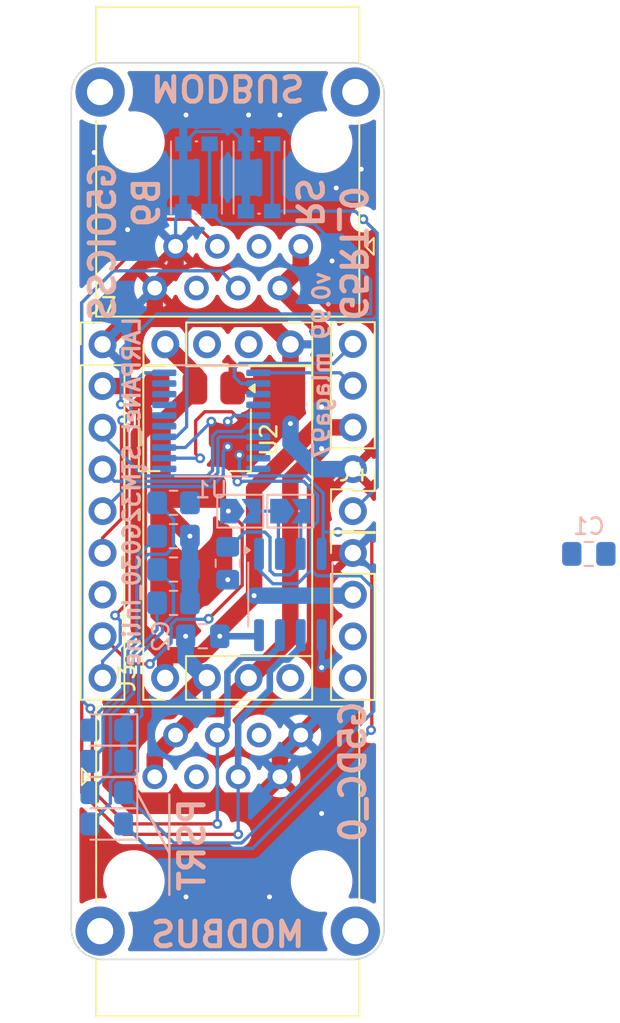
<source format=kicad_pcb>
(kicad_pcb
	(version 20240108)
	(generator "pcbnew")
	(generator_version "8.0")
	(general
		(thickness 1.600198)
		(legacy_teardrops no)
	)
	(paper "A4")
	(layers
		(0 "F.Cu" signal "Front")
		(31 "B.Cu" signal "Back")
		(34 "B.Paste" user)
		(35 "F.Paste" user)
		(36 "B.SilkS" user "B.Silkscreen")
		(37 "F.SilkS" user "F.Silkscreen")
		(38 "B.Mask" user)
		(39 "F.Mask" user)
		(44 "Edge.Cuts" user)
		(45 "Margin" user)
		(46 "B.CrtYd" user "B.Courtyard")
		(47 "F.CrtYd" user "F.Courtyard")
		(49 "F.Fab" user)
	)
	(setup
		(stackup
			(layer "F.SilkS"
				(type "Top Silk Screen")
			)
			(layer "F.Paste"
				(type "Top Solder Paste")
			)
			(layer "F.Mask"
				(type "Top Solder Mask")
				(thickness 0.01)
			)
			(layer "F.Cu"
				(type "copper")
				(thickness 0.035)
			)
			(layer "dielectric 1"
				(type "core")
				(thickness 1.510198)
				(material "FR4")
				(epsilon_r 4.5)
				(loss_tangent 0.02)
			)
			(layer "B.Cu"
				(type "copper")
				(thickness 0.035)
			)
			(layer "B.Mask"
				(type "Bottom Solder Mask")
				(thickness 0.01)
			)
			(layer "B.Paste"
				(type "Bottom Solder Paste")
			)
			(layer "B.SilkS"
				(type "Bottom Silk Screen")
			)
			(copper_finish "None")
			(dielectric_constraints no)
		)
		(pad_to_mask_clearance 0)
		(solder_mask_min_width 0.12)
		(allow_soldermask_bridges_in_footprints no)
		(aux_axis_origin 100 150)
		(grid_origin 81.74 124.6)
		(pcbplotparams
			(layerselection 0x00010fc_ffffffff)
			(plot_on_all_layers_selection 0x0000000_00000000)
			(disableapertmacros no)
			(usegerberextensions no)
			(usegerberattributes yes)
			(usegerberadvancedattributes yes)
			(creategerberjobfile yes)
			(dashed_line_dash_ratio 12.000000)
			(dashed_line_gap_ratio 3.000000)
			(svgprecision 4)
			(plotframeref no)
			(viasonmask no)
			(mode 1)
			(useauxorigin no)
			(hpglpennumber 1)
			(hpglpenspeed 20)
			(hpglpendiameter 15.000000)
			(pdf_front_fp_property_popups yes)
			(pdf_back_fp_property_popups yes)
			(dxfpolygonmode yes)
			(dxfimperialunits yes)
			(dxfusepcbnewfont yes)
			(psnegative no)
			(psa4output no)
			(plotreference yes)
			(plotvalue yes)
			(plotfptext yes)
			(plotinvisibletext no)
			(sketchpadsonfab no)
			(subtractmaskfromsilk no)
			(outputformat 1)
			(mirror no)
			(drillshape 0)
			(scaleselection 1)
			(outputdirectory "Export/")
		)
	)
	(net 0 "")
	(net 1 "unconnected-(J6-Pin_3-Pad3)")
	(net 2 "unconnected-(J1-Pad3)")
	(net 3 "unconnected-(J1-Pad6)")
	(net 4 "unconnected-(J2-Pad3)")
	(net 5 "unconnected-(J2-Pad6)")
	(net 6 "5V")
	(net 7 "GND")
	(net 8 "12V")
	(net 9 "A+")
	(net 10 "B-")
	(net 11 "3.3V")
	(net 12 "unconnected-(J6-Pin_2-Pad2)")
	(net 13 "unconnected-(J7-Pin_8-Pad8)")
	(net 14 "A0")
	(net 15 "unconnected-(J7-Pin_7-Pad7)")
	(net 16 "MODBUS_TX")
	(net 17 "MODBUS_RX")
	(net 18 "unconnected-(J3-Pin_4-Pad4)")
	(net 19 "MODBUS_RE")
	(net 20 "NRST")
	(net 21 "Net-(D1-A)")
	(net 22 "Net-(D2-A)")
	(net 23 "Net-(D3-A)")
	(net 24 "Net-(D4-A)")
	(net 25 "MODBUS_DE")
	(net 26 "LED_BUILTIN")
	(net 27 "BUTTON_BUILTIN")
	(net 28 "SPI_SS")
	(net 29 "SPI_SCK")
	(net 30 "SPI_MISO")
	(net 31 "PC3")
	(net 32 "PD3")
	(net 33 "SCL")
	(net 34 "SDA")
	(net 35 "SWIO")
	(net 36 "PD0")
	(net 37 "PD4")
	(net 38 "PA1")
	(net 39 "PC4")
	(net 40 "PD2")
	(net 41 "SPI_MOSI")
	(net 42 "PA2")
	(net 43 "unconnected-(J20-Pin_4-Pad4)")
	(net 44 "unconnected-(J20-Pin_3-Pad3)")
	(footprint "Connector_PinHeader_2.54mm:PinHeader_1x01_P2.54mm_Vertical" (layer "F.Cu") (at 89.36 124.6))
	(footprint "Connector_RJ:RJ45_Ninigi_GE" (layer "F.Cu") (at 86.185 108.471 180))
	(footprint "Connector_PinHeader_2.54mm:PinHeader_1x04_P2.54mm_Vertical" (layer "F.Cu") (at 77.93 134.76 90))
	(footprint "Connector_RJ:RJ45_Ninigi_GE" (layer "F.Cu") (at 77.295 140.781))
	(footprint "Package_TO_SOT_SMD:SOT-223-3_TabPin2" (layer "F.Cu") (at 79.74 120.25 -90))
	(footprint "Connector_PinHeader_2.54mm:PinHeader_1x04_P2.54mm_Vertical" (layer "F.Cu") (at 77.94 114.44 90))
	(footprint "Connector_PinHeader_2.54mm:PinHeader_1x04_P2.54mm_Vertical" (layer "F.Cu") (at 89.36 127.15))
	(footprint "Connector_PinHeader_2.54mm:PinHeader_1x04_P2.54mm_Vertical" (layer "F.Cu") (at 89.36 122.04 180))
	(footprint "Connector_PinHeader_2.54mm:PinHeader_1x09_P2.54mm_Vertical" (layer "F.Cu") (at 74.12 114.44))
	(footprint "Capacitor_SMD:C_0805_2012Metric_Pad1.18x1.45mm_HandSolder" (layer "B.Cu") (at 103.7225 127.205 180))
	(footprint "LED_SMD:LED_0805_2012Metric_Pad1.15x1.40mm_HandSolder" (layer "B.Cu") (at 74.374 141.745 180))
	(footprint "Resistor_SMD:R_0805_2012Metric_Pad1.20x1.40mm_HandSolder" (layer "B.Cu") (at 78.438 128.156))
	(footprint "Resistor_SMD:R_0805_2012Metric_Pad1.20x1.40mm_HandSolder" (layer "B.Cu") (at 78.438 130.188))
	(footprint "Resistor_SMD:R_0805_2012Metric_Pad1.20x1.40mm_HandSolder" (layer "B.Cu") (at 81.74 127.775 -90))
	(footprint "Resistor_SMD:R_0805_2012Metric_Pad1.20x1.40mm_HandSolder" (layer "B.Cu") (at 78.438 126.124))
	(footprint "Resistor_SMD:R_0805_2012Metric_Pad1.20x1.40mm_HandSolder" (layer "B.Cu") (at 78.438 124.092))
	(footprint "LED_SMD:LED_0805_2012Metric_Pad1.15x1.40mm_HandSolder" (layer "B.Cu") (at 74.374 139.84 180))
	(footprint "Jumper:SolderJumper-2_P1.3mm_Open_TrianglePad1.0x1.5mm" (layer "B.Cu") (at 82.502 124.6))
	(footprint "Package_SO:SOIC-8_3.9x4.9mm_P1.27mm" (layer "B.Cu") (at 85.55 129.68 -90))
	(footprint "Jumper:SolderJumper-2_P1.3mm_Open_TrianglePad1.0x1.5mm" (layer "B.Cu") (at 85.55 124.6))
	(footprint "Capacitor_SMD:C_0805_2012Metric_Pad1.18x1.45mm_HandSolder" (layer "B.Cu") (at 80.216 132.22))
	(footprint "LED_SMD:LED_0805_2012Metric_Pad1.15x1.40mm_HandSolder" (layer "B.Cu") (at 74.374 137.935 180))
	(footprint "Package_SO:TSSOP-20_4.4x6.5mm_P0.65mm" (layer "B.Cu") (at 80.74 119.1))
	(footprint "Button_Switch_SMD:SW_Push_1P1T_NO_CK_KMR2" (layer "B.Cu") (at 83.645 104.28 90))
	(footprint "Button_Switch_SMD:SW_Push_1P1T_NO_CK_KMR2" (layer "B.Cu") (at 79.835 104.28 90))
	(footprint "LED_SMD:LED_0805_2012Metric_Pad1.15x1.40mm_HandSolder" (layer "B.Cu") (at 74.374 143.65 180))
	(gr_line
		(start 78.184 147.968)
		(end 78.184 141.872)
		(stroke
			(width 0.1524)
			(type default)
		)
		(layer "B.SilkS")
		(uuid "31d92821-3f77-46e2-97fa-35f45d033cf7")
	)
	(gr_line
		(start 76.234 141.745)
		(end 78.184 145.428)
		(stroke
			(width 0.1524)
			(type default)
		)
		(layer "B.SilkS")
		(uuid "ac5413c0-adf3-4132-9442-73520c1ff899")
	)
	(gr_line
		(start 74.12 97.295)
		(end 89.36 97.295)
		(stroke
			(width 0.1)
			(type default)
		)
		(layer "Edge.Cuts")
		(uuid "244d89d2-365e-43df-8507-b15001d236c7")
	)
	(gr_arc
		(start 91.265 150)
		(mid 90.707038 151.347038)
		(end 89.36 151.905)
		(stroke
			(width 0.1)
			(type default)
		)
		(layer "Edge.Cuts")
		(uuid "4303fd30-3e28-42de-a9ca-a4e534e4822b")
	)
	(gr_arc
		(start 74.12 151.905)
		(mid 72.772962 151.347038)
		(end 72.215 150)
		(stroke
			(width 0.1)
			(type default)
		)
		(layer "Edge.Cuts")
		(uuid "7e39f60f-42fb-45b5-9c66-d8b0bdf617d4")
	)
	(gr_line
		(start 72.215 150)
		(end 72.215 99.2)
		(stroke
			(width 0.1)
			(type default)
		)
		(layer "Edge.Cuts")
		(uuid "85359845-006a-4746-8546-b7fd37a71d8f")
	)
	(gr_arc
		(start 72.215 99.2)
		(mid 72.772962 97.852962)
		(end 74.12 97.295)
		(stroke
			(width 0.1)
			(type default)
		)
		(layer "Edge.Cuts")
		(uuid "a0a9cd2d-d494-4131-92eb-788bb0752dcc")
	)
	(gr_arc
		(start 89.36 97.295)
		(mid 90.707038 97.852962)
		(end 91.265 99.2)
		(stroke
			(width 0.1)
			(type default)
		)
		(layer "Edge.Cuts")
		(uuid "ef5b6fc4-4213-4a73-82da-96144352ffdb")
	)
	(gr_line
		(start 89.36 151.905)
		(end 74.12 151.905)
		(stroke
			(width 0.1)
			(type default)
		)
		(layer "Edge.Cuts")
		(uuid "f4d01d30-b71b-4190-80fa-3ea3f89ac07d")
	)
	(gr_line
		(start 91.265 99.2)
		(end 91.265 150)
		(stroke
			(width 0.1)
			(type default)
		)
		(layer "Edge.Cuts")
		(uuid "f9ac2418-ff2e-4c76-84a6-98af4fbca801")
	)
	(gr_text "B9"
		(at 77.676 105.804 90)
		(layer "B.SilkS")
		(uuid "329d27b7-80a2-4777-8077-ee2f5453ed3c")
		(effects
			(font
				(size 1.5 1.5)
				(thickness 0.3)
				(bold yes)
			)
			(justify bottom mirror)
		)
	)
	(gr_text "MODBUS"
		(at 81.74 97.93 180)
		(layer "B.SilkS")
		(uuid "3d71a095-a052-4b7e-b09d-484072517615")
		(effects
			(font
				(size 1.5 1.5)
				(thickness 0.3)
				(bold yes)
			)
			(justify bottom mirror)
		)
	)
	(gr_text "G5OICSS"
		(at 74.12 113.17 90)
		(layer "B.SilkS")
		(uuid "45ac165e-ef29-4377-9080-804c87b5687f")
		(effects
			(font
				(size 1.5 1.5)
				(thickness 0.3)
				(bold yes)
			)
			(justify right mirror)
		)
	)
	(gr_text "PSRT"
		(at 78.692 144.92 90)
		(layer "B.SilkS")
		(uuid "58e22610-2fb9-416f-8836-1d42047ca86b")
		(effects
			(font
				(size 1.5 1.5)
				(thickness 0.3)
				(bold yes)
			)
			(justify top mirror)
		)
	)
	(gr_text "G5DC_0"
		(at 89.36 136.03 90)
		(layer "B.SilkS")
		(uuid "785b3cb6-65e2-4734-8d3b-6394d59f04cc")
		(effects
			(font
				(size 1.5 1.5)
				(thickness 0.3)
				(bold yes)
			)
			(justify left mirror)
		)
	)
	(gr_text "v0.99 mlaga97"
		(at 87.455 115.71 90)
		(layer "B.SilkS")
		(uuid "88d968b5-c2b3-4c1f-bd98-f364116e21b3")
		(effects
			(font
				(size 1 1)
				(thickness 0.2)
				(bold yes)
			)
			(justify mirror)
		)
	)
	(gr_text "G5RT_0"
		(at 89.36 113.17 270)
		(layer "B.SilkS")
		(uuid "92a5ad78-2879-4364-8846-ce8232a86a5a")
		(effects
			(font
				(size 1.5 1.5)
				(thickness 0.3)
				(bold yes)
			)
			(justify left mirror)
		)
	)
	(gr_text "LARPANet_STM32G030_Inline"
		(at 75.898 112.662 90)
		(layer "B.SilkS")
		(uuid "b3eb6bfc-b3e2-4eec-87ca-9025873d4347")
		(effects
			(font
				(size 1 1)
				(thickness 0.2)
				(bold yes)
			)
			(justify left mirror)
		)
	)
	(gr_text "RS"
		(at 85.804 105.804 270)
		(layer "B.SilkS")
		(uuid "c9ceb14d-7f01-4022-88ba-90b6fa1d41e5")
		(effects
			(font
				(size 1.5 1.5)
				(thickness 0.3)
				(bold yes)
			)
			(justify bottom mirror)
		)
	)
	(gr_text "MODBUS"
		(at 81.74 151.27 0)
		(layer "B.SilkS")
		(uuid "fc9468d7-1bbf-4aae-8acd-876199082c53")
		(effects
			(font
				(size 1.5 1.5)
				(thickness 0.3)
				(bold yes)
			)
			(justify bottom mirror)
		)
	)
	(segment
		(start 76.642695 119.621277)
		(end 76.324 119.939971)
		(width 1)
		(layer "F.Cu")
		(net 6)
		(uuid "07a9994e-9d2f-4558-8d77-e027c5d5bbae")
	)
	(segment
		(start 83.3455 129.747)
		(end 83.3455 123.2485)
		(width 1)
		(layer "F.Cu")
		(net 6)
		(uuid "09c96266-7b5d-4b5f-a35d-5383ead50e2c")
	)
	(segment
		(start 87.094 119.5)
		(end 89.36 119.5)
		(width 1)
		(layer "F.Cu")
		(net 6)
		(uuid "0fae47a5-defb-4386-918a-46c4b5eaca04")
	)
	(segment
		(start 76.642695 118.474561)
		(end 76.642695 119.621277)
		(width 1)
		(layer "F.Cu")
		(net 6)
		(uuid "2708211c-3887-4177-8efd-ded78178f1eb")
	)
	(segment
		(start 77.93 133.37375)
		(end 80.09975 133.37375)
		(width 1)
		(layer "F.Cu")
		(net 6)
		(uuid "2bc00d52-01a0-4349-80bd-7279c1ad227a")
	)
	(segment
		(start 83.3455 123.2485)
		(end 87.094 119.5)
		(width 1)
		(layer "F.Cu")
		(net 6)
		(uuid "2e9fade3-65fd-46d0-b550-ef1d0f0bbc65")
	)
	(segment
		(start 77.51 116.98)
		(end 77.535 117.005)
		(width 1)
		(layer "F.Cu")
		(net 6)
		(uuid "37905e75-915f-4b6f-9409-c6c5db7c9fd0")
	)
	(segment
		(start 76.324 119.939971)
		(end 76.324 131.76775)
		(width 1)
		(layer "F.Cu")
		(net 6)
		(uuid "39c461e1-3f79-4ac3-8cec-d1c223fd8b89")
	)
	(segment
		(start 83.3455 129.747)
		(end 81.2535 131.839)
		(width 1)
		(layer "F.Cu")
		(net 6)
		(uuid "54ce292b-8727-478f-b587-2f807ad1c4b1")
	)
	(segment
		(start 80.09975 133.37375)
		(end 81.2535 132.22)
		(width 1)
		(layer "F.Cu")
		(net 6)
		(uuid "628107ac-15b3-4fb5-8098-62f2de534404")
	)
	(segment
		(start 76.025 116.98)
		(end 77.51 116.98)
		(width 1)
		(layer "F.Cu")
		(net 6)
		(uuid "8065d914-268d-4525-9088-d9e12212c836")
	)
	(segment
		(start 76.354067 118.185933)
		(end 76.642695 118.474561)
		(width 1)
		(layer "F.Cu")
		(net 6)
		(uuid "9e93289b-0531-45d0-9a3b-98dcf4b47f08")
	)
	(segment
		(start 81.2535 131.839)
		(end 81.2535 132.22)
		(width 1)
		(layer "F.Cu")
		(net 6)
		(uuid "a0004292-faa7-4b21-a00d-6974903e8c65")
	)
	(segment
		(start 77.44 117.1)
		(end 76.354067 118.185933)
		(width 1)
		(layer "F.Cu")
		(net 6)
		(uuid "ab99e960-df1c-48d2-a008-ecddb8ad634f")
	)
	(segment
		(start 74.12 116.98)
		(end 76.025 116.98)
		(width 1)
		(layer "F.Cu")
		(net 6)
		(uuid "d6b19610-dcd0-4308-bb85-53a15c276b4f")
	)
	(segment
		(start 77.93 134.887)
		(end 77.93 133.37375)
		(width 1)
		(layer "F.Cu")
		(net 6)
		(uuid "da673a6f-1eae-4279-8bdf-fb4494593e7f")
	)
	(segment
		(start 76.324 131.76775)
		(end 77.93 133.37375)
		(width 1)
		(layer "F.Cu")
		(net 6)
		(uuid "e78028be-e1fa-49fd-a346-9a6b78e049ea")
	)
	(via
		(at 83.3455 129.747)
		(size 0.6)
		(drill 0.3)
		(layers "F.Cu" "B.Cu")
		(net 6)
		(uuid "74fe63d6-227a-4ab5-b1a6-b883cfc67f55")
	)
	(via
		(at 81.2535 132.22)
		(size 0.6)
		(drill 0.3)
		(layers "F.Cu" "B.Cu")
		(net 6)
		(uuid "99e145ae-9ab4-4d49-bad9-849ab158110c")
	)
	(segment
		(start 83.3455 129.747)
		(end 89.303 129.747)
		(width 1)
		(layer "B.Cu")
		(net 6)
		(uuid "1359f3f6-1824-4338-9b77-3046b7f40bff")
	)
	(segment
		(start 89.303 129.747)
		(end 89.36 129.69)
		(width 1)
		(layer "B.Cu")
		(net 6)
		(uuid "214a618f-94f5-4331-8f3a-9f2964472c67")
	)
	(segment
		(start 81.2535 132.22)
		(end 83.58 132.22)
		(width 0.4)
		(layer "B.Cu")
		(net 6)
		(uuid "3a3d9faa-ae19-4f16-a608-6c07f28c9b4b")
	)
	(segment
		(start 83.58 132.22)
		(end 83.645 132.155)
		(width 0.4)
		(layer "B.Cu")
		(net 6)
		(uuid "4274f854-63f6-46f2-b831-c87a34bd4a41")
	)
	(segment
		(start 75.67 112.89)
		(end 77.295 112.89)
		(width 1)
		(layer "F.Cu")
		(net 7)
		(uuid "03177c90-57a3-430c-b9f0-5e72794e3b55")
	)
	(segment
		(start 85.56 114.44)
		(end 85.56 117.615)
		(width 1)
		(layer "F.Cu")
		(net 7)
		(uuid "06812f14-a6f6-4ef6-a80b-6fd28fdf5f74")
	)
	(segment
		(start 87.455 134.125)
		(end 87.455 136.971)
		(width 1)
		(layer "F.Cu")
		(net 7)
		(uuid "23a0237b-294b-48cf-a5ad-1d7b1736b6ae")
	)
	(segment
		(start 84.01 112.89)
		(end 85.56 114.44)
		(width 1)
		(layer "F.Cu")
		(net 7)
		(uuid "2b0a2b9e-eabb-4e3a-b49b-1cd668a6a041")
	)
	(segment
		(start 87.455 136.971)
		(end 86.185 138.241)
		(width 1)
		(layer "F.Cu")
		(net 7)
		(uuid "3f94e425-9968-4a2e-ac80-3768d9849a87")
	)
	(segment
		(start 87.455 122.695)
		(end 87.455 127.14)
		(width 1)
		(layer "F.Cu")
		(net 7)
		(uuid "40c1bc52-9154-4430-b462-6241ede7c91f")
	)
	(segment
		(start 85.56 116.98)
		(end 85.56 117.615)
		(width 1)
		(layer "F.Cu")
		(net 7)
		(uuid "430d0a21-7bd5-44e6-af8e-24cfbf174b85")
	)
	(segment
		(start 83.465 142.231)
		(end 84.915 140.781)
		(width 1)
		(layer "F.Cu")
		(net 7)
		(uuid "47fade14-2879-4f6a-8fb0-110c63705a57")
	)
	(segment
		(start 75.399 137.3)
		(end 75.399 141.785)
		(width 1)
		(layer "F.Cu")
		(net 7)
		(uuid "6341c780-3fd8-4837-9a73-482fdb55b3b0")
	)
	(segment
		(start 87.455 127.14)
		(end 87.455 134.125)
		(width 1)
		(layer "F.Cu")
		(net 7)
		(uuid "663da740-407c-404c-88f9-85ba1c8e7a6f")
	)
	(segment
		(start 78.565 108.471)
		(end 78.565 109.741)
		(width 1)
		(layer "F.Cu")
		(net 7)
		(uuid "6b1633b1-2662-492e-8846-69f4a65db827")
	)
	(segment
		(start 82.16 116.98)
		(end 85.56 116.98)
		(width 1)
		(layer "F.Cu")
		(net 7)
		(uuid "6b2cb2ea-18f8-4c68-98c0-794f626917b1")
	)
	(segment
		(start 74.12 114.44)
		(end 75.67 112.89)
		(width 1)
		(layer "F.Cu")
		(net 7)
		(uuid "7e24443d-dadc-4e0c-8488-97bf96dc0db1")
	)
	(segment
		(start 84.915 139.511)
		(end 86.185 138.241)
		(width 1)
		(layer "F.Cu")
		(net 7)
		(uuid "7eff2e7f-162c-4e32-b631-d28aa0b051c7")
	)
	(segment
		(start 75.908 136.791)
		(end 78.218032 136.791)
		(width 1)
		(layer "F.Cu")
		(net 7)
		(uuid "877d6046-515f-4f76-ada0-22e223dbe472")
	)
	(segment
		(start 77.295 111.011)
		(end 77.295 112.89)
		(width 1)
		(layer "F.Cu")
		(net 7)
		(uuid "87c6f1b5-90b6-4eff-b328-b182c96df9c7")
	)
	(segment
		(start 75.399 141.785)
		(end 75.845 142.231)
		(width 1)
		(layer "F.Cu")
		(net 7)
		(uuid "887886c3-bd5c-42c9-b32f-48cf702e7334")
	)
	(segment
		(start 82.135 117.005)
		(end 82.16 116.98)
		(width 1)
		(layer "F.Cu")
		(net 7)
		(uuid "933819d8-9766-4e48-bf1b-17cd888682d5")
	)
	(segment
		(start 75.845 142.231)
		(end 83.465 142.231)
		(width 1)
		(layer "F.Cu")
		(net 7)
		(uuid "963baaa5-9d1e-450c-b665-31de5938274c")
	)
	(segment
		(start 89.36 122.04)
		(end 88.11 122.04)
		(width 1)
		(layer "F.Cu")
		(net 7)
		(uuid "9b4419db-46bf-4e11-bcd0-8e3ed6612780")
	)
	(segment
		(start 87.465 127.15)
		(end 87.455 127.14)
		(width 1)
		(layer "F.Cu")
		(net 7)
		(uuid "a2aba8a1-01fe-4ffa-a30f-e87ff19d76d1")
	)
	(segment
		(start 88.11 122.04)
		(end 87.455 122.695)
		(width 1)
		(layer "F.Cu")
		(net 7)
		(uuid "ab576788-f4b7-48c7-8fd4-ad7b3304a194")
	)
	(segment
		(start 79.1785 132.22)
		(end 79.1785 131.3365)
		(width 0.2)
		(layer "F.Cu")
		(net 7)
		(uuid "abc34a98-9f35-4285-a473-aa445b3be0e8")
	)
	(segment
		(start 78.218032 136.791)
		(end 80.122032 134.887)
		(width 1)
		(layer "F.Cu")
		(net 7)
		(uuid "bae2ae62-fbfd-4d3a-b01a-b4a1f1d13fba")
	)
	(segment
		(start 80.122032 134.887)
		(end 80.47 134.887)
		(width 1)
		(layer "F.Cu")
		(net 7)
		(uuid "c1d7269f-1665-4830-91e5-1fb9f7ecab69")
	)
	(segment
		(start 84.915 140.781)
		(end 84.915 139.511)
		(width 1)
		(layer "F.Cu")
		(net 7)
		(uuid "d746c705-6c2c-4987-93c8-251727cf7f4f")
	)
	(segment
		(start 75.908 136.791)
		(end 75.399 137.3)
		(width 1)
		(layer "F.Cu")
		(net 7)
		(uuid "d7c35c56-550f-4af6-9adc-8fca951b0d08")
	)
	(segment
		(start 89.36 127.15)
		(end 87.465 127.15)
		(width 1)
		(layer "F.Cu")
		(net 7)
		(uuid "d96039d7-364c-45bd-88fd-bedd6ed1310c")
	)
	(segment
		(start 79.1785 131.3365)
		(end 81.74 128.775)
		(width 0.2)
		(layer "F.Cu")
		(net 7)
		(uuid "e37f3815-2d01-4a4b-a6c4-6bd89ec638fe")
	)
	(segment
		(start 85.56 119.266)
		(end 85.56 117.615)
		(width 1)
		(layer "F.Cu")
		(net 7)
		(uuid "e533977a-ccbc-4cb0-8edf-2d24ec23c2a0")
	)
	(segment
		(start 78.565 109.741)
		(end 77.295 111.011)
		(width 1)
		(layer "F.Cu")
		(net 7)
		(uuid "e8b4fdd4-e5c7-48d7-9298-4e66d6095277")
	)
	(segment
		(start 77.295 112.89)
		(end 84.01 112.89)
		(width 1)
		(layer "F.Cu")
		(net 7)
		(uuid "e98ddd93-cdff-4673-9748-219084d4a9db")
	)
	(via
		(at 79.1785 132.22)
		(size 0.6)
		(drill 0.3)
		(layers "F.Cu" "B.Cu")
		(net 7)
		(uuid "0589c59c-da9a-4432-a4fb-c3a8131883c1")
	)
	(via
		(at 75.908 136.791)
		(size 0.6)
		(drill 0.3)
		(layers "F.Cu" "B.Cu")
		(net 7)
		(uuid "130452b5-0a93-4db5-8054-6b8dba2849dc")
	)
	(via
		(at 81.74 128.775)
		(size 0.6)
		(drill 0.3)
		(layers "F.Cu" "B.Cu")
		(net 7)
		(uuid "15840a39-fec7-4147-81e7-40fd0111383f")
	)
	(via
		(at 89.868 103.772)
		(size 0.6)
		(drill 0.3)
		(layers "F.Cu" "B.Cu")
		(free yes)
		(net 7)
		(uuid "2101c980-887f-43f6-975a-ab6f8d9fe2c1")
	)
	(via
		(at 79.2 148.095)
		(size 0.6)
		(drill 0.3)
		(layers "F.Cu" "B.Cu")
		(free yes)
		(net 7)
		(uuid "2b016344-0565-4e05-a965-6a407fd72db5")
	)
	(via
		(at 84.28 148.095)
		(size 0.6)
		(drill 0.3)
		(layers "F.Cu" "B.Cu")
		(free yes)
		(net 7)
		(uuid "30dfb493-9607-4a4f-8f22-b9d94ccceda1")
	)
	(via
		(at 88.09 109.36)
		(size 0.6)
		(drill 0.3)
		(layers "F.Cu" "B.Cu")
		(free yes)
		(net 7)
		(uuid "3cb96043-334a-46d9-8180-2e1b9767a3d1")
	)
	(via
		(at 84.915 100.47)
		(size 0.6)
		(drill 0.3)
		(layers "F.Cu" "B.Cu")
		(free yes)
		(net 7)
		(uuid "44e22bd8-4f4c-411b-a516-09f45d28f1af")
	)
	(via
		(at 79.2 100.47)
		(size 0.6)
		(drill 0.3)
		(layers "F.Cu" "B.Cu")
		(free yes)
		(net 7)
		(uuid "46020bd3-cda3-45da-a1d7-8e3a81515b31")
	)
	(via
		(at 83.01 100.47)
		(size 0.6)
		(drill 0.3)
		(layers "F.Cu" "B.Cu")
		(free yes)
		(net 7)
		(uuid "a27a61e2-3816-4aed-82f8-7e299fb5c7bb")
	)
	(via
		(at 75.644 107.455)
		(size 0.6)
		(drill 0.3)
		(layers "F.Cu" "B.Cu")
		(free yes)
		(net 7)
		(uuid "a5f6b74f-a18e-4eeb-9162-f76ff1b2c0bb")
	)
	(via
		(at 73.612 102.756)
		(size 0.6)
		(drill 0.3)
		(layers "F.Cu" "B.Cu")
		(free yes)
		(net 7)
		(uuid "b3d6dc48-ec24-4ca2-8bf1-0fe5dc885c3b")
	)
	(via
		(at 88.344 104.915)
		(size 0.6)
		(drill 0.3)
		(layers "F.Cu" "B.Cu")
		(free yes)
		(net 7)
		(uuid "b4db11fe-3ab9-4324-b0fb-6fd0bc98d5e4")
	)
	(via
		(at 87.455 134.125)
		(size 0.6)
		(drill 0.3)
		(layers "F.Cu" "B.Cu")
		(net 7)
		(uuid "baee3a11-a6d3-4b61-a210-938e25493fb9")
	)
	(via
		(at 85.56 119.266)
		(size 0.6)
		(drill 0.3)
		(layers "F.Cu" "B.Cu")
		(net 7)
		(uuid "ddad08ef-a786-4737-b875-5d80edf9a6f6")
	)
	(via
		(at 87.455 143.015)
		(size 0.6)
		(drill 0.3)
		(layers "F.Cu" "B.Cu")
		(free yes)
		(net 7)
		(uuid "edfd0b1b-8c2e-4c6b-a21d-8e1087206c93")
	)
	(segment
		(start 79.1785 132.22)
		(end 79.1785 133.5955)
		(width 1)
		(layer "B.Cu")
		(net 7)
		(uuid "0838849f-9d2e-4574-8a1c-3b45a4b70bd5")
	)
	(segment
		(start 79.1785 133.5955)
		(end 80.47 134.887)
		(width 1)
		(layer "B.Cu")
		(net 7)
		(uuid "125fd1bc-c244-4db9-b3eb-2e511170b857")
	)
	(segment
		(start 75.399 139.84)
		(end 75.399 137.935)
		(width 0.4)
		(layer "B.Cu")
		(net 7)
		(uuid "376e8e3f-983a-4f0a-a2a8-f0dd62a113d0")
	)
	(segment
		(start 82.095 101.48)
		(end 79.785 101.48)
		(width 0.2)
		(layer "B.Cu")
		(net 7)
		(uuid "4395f551-0782-45ea-bfde-6fb5670fbe68")
	)
	(segment
		(start 78.565 108.471)
		(end 78.565 106.8)
		(width 0.2)
		(layer "B.Cu")
		(net 7)
		(uuid "5479c330-6406-466e-bd03-672b0bd7e05b")
	)
	(segment
		(start 79.785 101.48)
		(end 79.035 102.23)
		(width 0.2)
		(layer "B.Cu")
		(net 7)
		(uuid "6fd061ca-48db-4a0d-b725-ccda79474de1")
	)
	(segment
		(start 87.111181 122.04)
		(end 89.36 122.04)
		(width 1)
		(layer "B.Cu")
		(net 7)
		(uuid "a330bc46-a57e-458a-8ee5-a9e224fd1f0e")
	)
	(segment
		(start 79.035 102.23)
		(end 79.035 106.33)
		(width 0.2)
		(layer "B.Cu")
		(net 7)
		(uuid "a48d5fc3-1836-4c07-bc50-7f53f349fe06")
	)
	(segment
		(start 82.845 102.23)
		(end 82.095 101.48)
		(width 0.2)
		(layer "B.Cu")
		(net 7)
		(uuid "a66eecf8-14e5-4283-b7bd-781fc937d4b2")
	)
	(segment
		(start 75.399 137.3)
		(end 75.908 136.791)
		(width 0.4)
		(layer "B.Cu")
		(net 7)
		(uuid "b8f21467-e83a-4e29-8e89-72022bd19c2c")
	)
	(segment
		(start 85.56 119.266)
		(end 85.56 120.488819)
		(width 1)
		(layer "B.Cu")
		(net 7)
		(uuid "c3d35efd-db32-4a37-baf6-cf62169f0c02")
	)
	(segment
		(start 85.56 120.488819)
		(end 87.111181 122.04)
		(width 1)
		(layer "B.Cu")
		(net 7)
		(uuid "ca9563c6-609f-444f-be68-edb2b684e3c7")
	)
	(segment
		(start 78.565 106.8)
		(end 79.035 106.33)
		(width 0.2)
		(layer "B.Cu")
		(net 7)
		(uuid "dc015493-483a-4e30-bb2a-d3d3e2ea2e95")
	)
	(segment
		(start 87.455 132.155)
		(end 87.455 134.125)
		(width 0.4)
		(layer "B.Cu")
		(net 7)
		(uuid "dc1ec92c-8349-4b1f-a486-a213e5f594ca")
	)
	(segment
		(start 75.399 137.935)
		(end 75.399 137.3)
		(width 0.4)
		(layer "B.Cu")
		(net 7)
		(uuid "e1559060-f1b2-405d-8a9f-c4b08151781d")
	)
	(segment
		(start 82.845 106.33)
		(end 82.845 102.23)
		(width 0.2)
		(layer "B.Cu")
		(net 7)
		(uuid "e3675d17-9427-4625-8800-f9d452f1b555")
	)
	(segment
		(start 81.232 136.665)
		(end 83.01 134.887)
		(width 1)
		(layer "F.Cu")
		(net 8)
		(uuid "11751404-84eb-4831-ab7a-b34fddb9d5d6")
	)
	(segment
		(start 87.455 120.79)
		(end 85.55 122.695)
		(width 1)
		(layer "F.Cu")
		(net 8)
		(uuid "276eb8ee-448f-41d5-b293-4003a6d4fef1")
	)
	(segment
		(start 87.455 118.25)
		(end 87.455 113.551)
		(width 1)
		(layer "F.Cu")
		(net 8)
		(uuid "2b516dd2-9da7-4ede-9923-b6e672fba47c")
	)
	(segment
		(start 77.295 139.511)
		(end 78.565 138.241)
		(width 1)
		(layer "F.Cu")
		(net 8)
		(uuid "595bbbf8-33a3-4eb9-98b2-38efa5e65bc6")
	)
	(segment
		(start 77.295 140.781)
		(end 77.295 139.511)
		(width 1)
		(layer "F.Cu")
		(net 8)
		(uuid "5ef84f53-f091-4440-8719-9132a7b876a5")
	)
	(segment
		(start 86.185 108.471)
		(end 86.185 109.741)
		(width 1)
		(layer "F.Cu")
		(net 8)
		(uuid "61fd5a66-28f2-42cb-b8cf-fafdf2b0318c")
	)
	(segment
		(start 85.55 122.695)
		(end 85.55 132.347)
		(width 1)
		(layer "F.Cu")
		(net 8)
		(uuid "6b8f2915-c788-4bb6-9056-6da85134bbea")
	)
	(segment
		(start 80.141 136.665)
		(end 81.232 136.665)
		(width 1)
		(layer "F.Cu")
		(net 8)
		(uuid "8117d566-7089-43fe-9170-4e6f0746eb3b")
	)
	(segment
		(start 87.455 113.551)
		(end 84.915 111.011)
		(width 1)
		(layer "F.Cu")
		(net 8)
		(uuid "8db15aea-c243-4497-a0da-790b3f3ade6c")
	)
	(segment
		(start 85.55 132.347)
		(end 83.01 134.887)
		(width 1)
		(layer "F.Cu")
		(net 8)
		(uuid "93f59381-0882-4338-bbf3-413e5b6ece77")
	)
	(segment
		(start 78.565 138.241)
		(end 80.141 136.665)
		(width 1)
		(layer "F.Cu")
		(net 8)
		(uuid "df174922-1f3c-4a32-a667-3a5a2c6d9d4f")
	)
	(segment
		(start 86.185 109.741)
		(end 84.915 111.011)
		(width 1)
		(layer "F.Cu")
		(net 8)
		(uuid "e365f4db-ac22-463b-87ca-92dcb26b60b6")
	)
	(via
		(at 87.455 118.25)
		(size 0.6)
		(drill 0.3)
		(layers "F.Cu" "B.Cu")
		(net 8)
		(uuid "2cd847d4-704f-4789-9b0e-76d8da4a1b36")
	)
	(via
		(at 87.455 120.79)
		(size 0.6)
		(drill 0.3)
		(layers "F.Cu" "B.Cu")
		(net 8)
		(uuid "a5e94891-ae75-4f28-9248-8249d32298ec")
	)
	(segment
		(start 87.455 120.79)
		(end 87.455 118.25)
		(width 1)
		(layer "B.Cu")
		(net 8)
		(uuid "94d26030-f47d-4013-bcea-279eddb3b32a")
	)
	(segment
		(start 75.39 144.285)
		(end 72.85 141.745)
		(width 0.2)
		(layer "F.Cu")
		(net 9)
		(uuid "69f2a97a-c29c-4163-aaf1-4ec88b5ced78")
	)
	(segment
		(start 82.375 144.285)
		(end 75.39 144.285)
		(width 0.2)
		(layer "F.Cu")
		(net 9)
		(uuid "88605108-3cf5-41f5-8859-a102b2c9806b")
	)
	(segment
		(start 72.85 141.745)
		(end 72.85 111.9)
		(width 0.2)
		(layer "F.Cu")
		(net 9)
		(uuid "97bca6df-bff7-437a-8ea1-015a33239e8e")
	)
	(segment
		(start 72.85 111.9)
		(end 77.93 106.82)
		(width 0.2)
		(layer "F.Cu")
		(net 9)
		(uuid "cce2dcb5-d5f4-47bc-98c1-bab36c4f4788")
	)
	(segment
		(start 79.454 106.82)
		(end 81.105 108.471)
		(width 0.2)
		(layer "F.Cu")
		(net 9)
		(uuid "d3f88c4a-99dd-41fe-bc1d-149a4249028d")
	)
	(segment
		(start 77.93 106.82)
		(end 79.454 106.82)
		(width 0.2)
		(layer "F.Cu")
		(net 9)
		(uuid "fbc8929b-18d7-45ce-babf-744965c0e623")
	)
	(via
		(at 82.375 144.285)
		(size 0.6)
		(drill 0.3)
		(layers "F.Cu" "B.Cu")
		(net 9)
		(uuid "f96c97c3-c01f-426f-b666-fd49f8198d2f")
	)
	(segment
		(start 86.185 132.855)
		(end 85.403 133.637)
		(width 0.4)
		(layer "B.Cu")
		(net 9)
		(uuid "0faaa234-5ae1-4652-acc3-2f1119cbf4e3")
	)
	(segment
		(start 82.375 144.285)
		(end 82.375 140.781)
		(width 0.2)
		(layer "B.Cu")
		(net 9)
		(uuid "2ec737dd-1869-4401-8693-495dec2f2ffe")
	)
	(segment
		(start 86.185 132.155)
		(end 86.185 132.855)
		(width 0.4)
		(layer "B.Cu")
		(net 9)
		(uuid "33f27f6a-065a-4e4c-ac4f-a3749a4759a1")
	)
	(segment
		(start 82.375 137.402991)
		(end 82.375 140.781)
		(width 0.4)
		(layer "B.Cu")
		(net 9)
		(uuid "5b23d783-51e3-4f2f-9243-ff813af84bec")
	)
	(segment
		(start 84.3 135.477991)
		(end 82.375 137.402991)
		(width 0.4)
		(layer "B.Cu")
		(net 9)
		(uuid "a2489992-8056-4006-8ad3-c39c8570f252")
	)
	(segment
		(start 85.403 133.637)
		(end 85.032233 133.637)
		(width 0.4)
		(layer "B.Cu")
		(net 9)
		(uuid "d037c92b-d4b9-4c1e-b69b-9e5c1efc429e")
	)
	(segment
		(start 85.032233 133.637)
		(end 84.3 134.369233)
		(width 0.4)
		(layer "B.Cu")
		(net 9)
		(uuid "d76af995-0b46-48a8-b654-47221e32d44a")
	)
	(segment
		(start 84.3 134.369233)
		(end 84.3 135.477991)
		(width 0.4)
		(layer "B.Cu")
		(net 9)
		(uuid "eee7b9ee-94c7-4965-b18c-9b87ee5671d3")
	)
	(segment
		(start 75.558933 143.65)
		(end 81.105 143.65)
		(width 0.2)
		(layer "F.Cu")
		(net 10)
		(uuid "0b25b8f2-0ddc-4880-a51f-678a89553901")
	)
	(segment
		(start 73.376999 136.623681)
		(end 73.497 136.743682)
		(width 0.2)
		(layer "F.Cu")
		(net 10)
		(uuid "23661874-822d-4819-8054-ff988a53b2c3")
	)
	(segment
		(start 73.497 141.588067)
		(end 75.558933 143.65)
		(width 0.2)
		(layer "F.Cu")
		(net 10)
		(uuid "972ebeed-88d2-4316-bd8a-4782e0fe6fef")
	)
	(segment
		(start 73.497 136.743682)
		(end 73.497 141.588067)
		(width 0.2)
		(layer "F.Cu")
		(net 10)
		(uuid "d615e318-33c2-47ce-9bfc-50d77dc1449f")
	)
	(via
		(at 81.105 143.65)
		(size 0.6)
		(drill 0.3)
		(layers "F.Cu" "B.Cu")
		(net 10)
		(uuid "4f219997-979c-4d36-8d87-a0567295bf2c")
	)
	(via
		(at 73.376999 136.623681)
		(size 0.6)
		(drill 0.3)
		(layers "F.Cu" "B.Cu")
		(net 10)
		(uuid "56d14adf-a092-432d-8e41-7bcf768d32ed")
	)
	(segment
		(start 74.789 109.961)
		(end 81.325 109.961)
		(width 0.2)
		(layer "B.Cu")
		(net 10)
		(uuid "014226e8-e0ab-4088-bfdb-26c974ad5552")
	)
	(segment
		(start 81.72 137.626)
		(end 81.105 138.241)
		(width 0.4)
		(layer "B.Cu")
		(net 10)
		(uuid "0a869719-c333-46a9-b6bd-4ebe91182fe1")
	)
	(segment
		(start 82.599233 133.53)
		(end 81.72 134.409233)
		(width 0.4)
		(layer "B.Cu")
		(net 10)
		(uuid "0e04f985-0000-41a9-ae3b-c1af02a20a87")
	)
	(segment
		(start 84.915 132.155)
		(end 84.915 132.801999)
		(width 0.4)
		(layer "B.Cu")
		(net 10)
		(uuid "1132dabe-c503-4774-81c9-30ca70c56690")
	)
	(segment
		(start 84.186999 133.53)
		(end 82.599233 133.53)
		(width 0.4)
		(layer "B.Cu")
		(net 10)
		(uuid "1bdfad1f-0715-4aa8-97de-6af4e26e7a1d")
	)
	(segment
		(start 84.915 132.801999)
		(end 84.186999 133.53)
		(width 0.4)
		(layer "B.Cu")
		(net 10)
		(uuid "2eb19b52-b399-43ff-9e52-b80262696f9c")
	)
	(segment
		(start 72.85 111.9)
		(end 74.789 109.961)
		(width 0.2)
		(layer "B.Cu")
		(net 10)
		(uuid "3226f5f3-683c-4ad9-8708-54cf33b554fb")
	)
	(segment
		(start 72.85 136.096682)
		(end 72.85 111.9)
		(width 0.2)
		(layer "B.Cu")
		(net 10)
		(uuid "541506fb-80ba-4ca9-a672-49c620df280c")
	)
	(segment
		(start 81.105 143.65)
		(end 81.105 138.241)
		(width 0.2)
		(layer "B.Cu")
		(net 10)
		(uuid "5ccf8b2c-e84e-46e7-8d48-548584f40ce4")
	)
	(segment
		(start 81.325 109.961)
		(end 82.375 111.011)
		(width 0.2)
		(layer "B.Cu")
		(net 10)
		(uuid "82227250-a8a2-47bf-8a5f-203984950b9a")
	)
	(segment
		(start 73.376999 136.623681)
		(end 72.85 136.096682)
		(width 0.2)
		(layer "B.Cu")
		(net 10)
		(uuid "adb31fad-2a86-4721-8cdd-96f095e0a0a5")
	)
	(segment
		(start 81.72 134.409233)
		(end 81.72 137.626)
		(width 0.4)
		(layer "B.Cu")
		(net 10)
		(uuid "e225d0d3-7a12-4dfd-9c6d-797248283c9a")
	)
	(segment
		(start 77.94 114.44)
		(end 79.835 116.335)
		(width 1)
		(layer "F.Cu")
		(net 11)
		(uuid "73f42503-9cd3-4e9d-8712-b6c52aea1183")
	)
	(segment
		(start 77.769695 119.187347)
		(end 77.769695 124.455695)
		(width 1)
		(layer "F.Cu")
		(net 11)
		(uuid "aa13a326-54e9-4dbc-8b52-2dae5bb73bd3")
	)
	(segment
		(start 77.769695 124.455695)
		(end 79.438 126.124)
		(width 1)
		(layer "F.Cu")
		(net 11)
		(uuid "cbb7e479-cb27-4328-b9e4-1fa79a3930e5")
	)
	(segment
		(start 79.835 117.122042)
		(end 77.769695 119.187347)
		(width 1)
		(layer "F.Cu")
		(net 11)
		(uuid "cdf90e5b-c9fa-49c4-896f-2e4160552f0a")
	)
	(segment
		(start 79.835 116.335)
		(end 79.835 117.122042)
		(width 1)
		(layer "F.Cu")
		(net 11)
		(uuid "f298431b-8f9d-4287-8ef9-b64a907bc925")
	)
	(via
		(at 79.438 126.124)
		(size 0.6)
		(drill 0.3)
		(layers "F.Cu" "B.Cu")
		(net 11)
		(uuid "14da44e3-4767-485f-9a33-65ac05332e96")
	)
	(segment
		(start 79.438 128.156)
		(end 79.438 130.188)
		(width 1)
		(layer "B.Cu")
		(net 11)
		(uuid "46274fb8-786a-44b7-9055-1f779aeb8703")
	)
	(segment
		(start 79.438 126.124)
		(end 79.438 128.156)
		(width 1)
		(layer "B.Cu")
		(net 11)
		(uuid "7da2e34d-8c0d-4723-a20d-eb9fb678f351")
	)
	(segment
		(start 77.003 133.905979)
		(end 75.805979 133.905979)
		(width 0.2)
		(layer "F.Cu")
		(net 14)
		(uuid "2d71d73c-258b-4b46-82bf-becb700a6ba3")
	)
	(segment
		(start 82.6185 125.4415)
		(end 81.777 124.6)
		(width 0.2)
		(layer "F.Cu")
		(net 14)
		(uuid "9d00670b-c7be-4066-af29-dd2cdfd13525")
	)
	(segment
		(start 75.805979 133.905979)
		(end 74.12 132.22)
		(width 0.2)
		(layer "F.Cu")
		(net 14)
		(uuid "d396757d-f18a-4288-a0bd-9fce6748d951")
	)
	(segment
		(start 82.6185 129.116388)
		(end 82.6185 125.4415)
		(width 0.2)
		(layer "F.Cu")
		(net 14)
		(uuid "d9e7f5d4-bbf2-4822-a12e-07876efb3c40")
	)
	(segment
		(start 80.578802 131.156086)
		(end 82.6185 129.116388)
		(width 0.2)
		(layer "F.Cu")
		(net 14)
		(uuid "f0c63ac2-2588-43b1-819c-9edaa34ebd3f")
	)
	(via
		(at 80.578802 131.156086)
		(size 0.6)
		(drill 0.3)
		(layers "F.Cu" "B.Cu")
		(net 14)
		(uuid "f09d448c-6e45-48a8-8b87-13d2f366fde7")
	)
	(via
		(at 81.777 124.6)
		(size 0.6)
		(drill 0.3)
		(layers "F.Cu" "B.Cu")
		(net 14)
		(uuid "fc0c92ab-55e2-4e7f-aa6a-b4b06065c73f")
	)
	(via
		(at 77.003 133.905979)
		(size 0.6)
		(drill 0.3)
		(layers "F.Cu" "B.Cu")
		(net 14)
		(uuid "fcf1f403-e164-483a-80d2-eb924b42e542")
	)
	(segment
		(start 78.291 131.510256)
		(end 78.291 132.617979)
		(width 0.2)
		(layer "B.Cu")
		(net 14)
		(uuid "35897800-bcdd-4968-9bf6-2f874883bed4")
	)
	(segment
		(start 80.578802 131.156086)
		(end 80.546888 131.188)
		(width 0.2)
		(layer "B.Cu")
		(net 14)
		(uuid "40573270-ca5e-4f1e-b21e-b1868a4cbaf7")
	)
	(segment
		(start 78.613256 131.188)
		(end 78.291 131.510256)
		(width 0.2)
		(layer "B.Cu")
		(net 14)
		(uuid "9a7fb455-b5d1-4b91-9f4a-05fd73c866b0")
	)
	(segment
		(start 78.291 132.617979)
		(end 77.003 133.905979)
		(width 0.2)
		(layer "B.Cu")
		(net 14)
		(uuid "ac724e72-1011-43d7-b2db-c43c4412b0a2")
	)
	(segment
		(start 80.546888 131.188)
		(end 78.613256 131.188)
		(width 0.2)
		(layer "B.Cu")
		(net 14)
		(uuid "cae0d37c-d30b-411a-86b3-52a11da730ed")
	)
	(segment
		(start 81.988529 118.548)
		(end 80.338 118.548)
		(width 0.2)
		(layer "F.Cu")
		(net 16)
		(uuid "241878b7-0ca4-4923-8b28-b2b8da388b40")
	)
	(segment
		(start 79.786 121.108278)
		(end 80.059 121.381278)
		(width 0.2)
		(layer "F.Cu")
		(net 16)
		(uuid "42430660-7b51-4668-af49-61d39d079ae6")
	)
	(segment
		(start 88.455 125.87)
		(end 90.38 125.87)
		(width 0.2)
		(layer "F.Cu")
		(net 16)
		(uuid "4e5c6c62-2bba-4f52-b0cd-0161b24a91e7")
	)
	(segment
		(start 90.38 125.87)
		(end 90.51 126)
		(width 0.2)
		(layer "F.Cu")
		(net 16)
		(uuid "5f0cef33-8ba7-4d82-ae0d-63dd7df42a53")
	)
	(segment
		(start 79.786 119.1)
		(end 79.786 121.108278)
		(width 0.2)
		(layer "F.Cu")
		(net 16)
		(uuid "6f5f3a78-e655-4300-9c57-35342714485d")
	)
	(segment
		(start 90.51 137.89)
		(end 90.465 137.935)
		(width 0.2)
		(layer "F.Cu")
		(net 16)
		(uuid "9f381ee4-300b-4084-8ec8-4458fa5caa61")
	)
	(segment
		(start 80.338 118.548)
		(end 79.786 119.1)
		(width 0.2)
		(layer "F.Cu")
		(net 16)
		(uuid "a50a2f2f-258d-4078-97e8-b2ebba25dcbc")
	)
	(segment
		(start 82.446381 121.180959)
		(end 82.446381 119.005852)
		(width 0.2)
		(layer "F.Cu")
		(net 16)
		(uuid "c6c6bcaf-8826-413e-b9e7-c3a5c2d393cf")
	)
	(segment
		(start 90.51 126)
		(end 90.51 137.89)
		(width 0.2)
		(layer "F.Cu")
		(net 16)
		(uuid "f6390657-2248-4130-afe8-5ee89c743d87")
	)
	(segment
		(start 82.446381 119.005852)
		(end 81.988529 118.548)
		(width 0.2)
		(layer "F.Cu")
		(net 16)
		(uuid "f8f89809-8a78-4cf0-95ca-302540433017")
	)
	(via
		(at 82.446381 121.180959)
		(size 0.6)
		(drill 0.3)
		(layers "F.Cu" "B.Cu")
		(net 16)
		(uuid "0dd63385-2181-4159-a09d-263849b4872c")
	)
	(via
		(at 88.455 125.87)
		(size 0.6)
		(drill 0.3)
		(layers "F.Cu" "B.Cu")
		(net 16)
		(uuid "37ae24fa-9cfe-4cfc-a0c8-b90584e1711a")
	)
	(via
		(at 80.059 121.381278)
		(size 0.6)
		(drill 0.3)
		(layers "F.Cu" "B.Cu")
		(net 16)
		(uuid "66d1c8b3-d626-4af1-b03b-f6198c7d9b6c")
	)
	(via
		(at 90.465 137.935)
		(size 0.6)
		(drill 0.3)
		(layers "F.Cu" "B.Cu")
		(net 16)
		(uuid "7da2f7c1-461f-4804-892b-2f1a4e99915f")
	)
	(segment
		(start 86.495047 122.452)
		(end 87.550776 123.507729)
		(width 0.2)
		(layer "B.Cu")
		(net 16)
		(uuid "092abd4c-5d51-449b-8f14-dfe99c084f05")
	)
	(segment
		(start 75.399 143.65)
		(end 76.888 145.139)
		(width 0.2)
		(layer "B.Cu")
		(net 16)
		(uuid "0aae1a32-6e36-4e00-a768-8c2036cb833a")
	)
	(segment
		(start 80.052722 121.375)
		(end 80.059 121.381278)
		(width 0.2)
		(layer "B.Cu")
		(net 16)
		(uuid "189ef7f0-617c-401e-8d0d-9b3c269a5f72")
	)
	(segment
		(start 76.888 145.139)
		(end 83.261 145.139)
		(width 0.2)
		(layer "B.Cu")
		(net 16)
		(uuid "20032a02-b8d9-4bc0-a0b4-8aab01a10ec6")
	)
	(segment
		(start 88.455 125.87)
		(end 87.550776 125.87)
		(width 0.2)
		(layer "B.Cu")
		(net 16)
		(uuid "49c994c2-cbe5-4a1d-8b30-e5824cb2b45d")
	)
	(segment
		(start 87.550776 123.507729)
		(end 87.550776 125.87)
		(width 0.2)
		(layer "B.Cu")
		(net 16)
		(uuid "6bb52bbc-a54c-4e14-a7c3-4ad18df36567")
	)
	(segment
		(start 82.446381 121.180959)
		(end 82.446381 122.071601)
		(width 0.2)
		(layer "B.Cu")
		(net 16)
		(uuid "80213231-d23f-4ef3-9811-b4b2b7fdd2a2")
	)
	(segment
		(start 83.261 145.139)
		(end 90.465 137.935)
		(width 0.2)
		(layer "B.Cu")
		(net 16)
		(uuid "a1e01ffd-0bd7-47d9-84f9-f1ab7d15b88a")
	)
	(segment
		(start 87.550776 125.87)
		(end 87.550776 127.109224)
		(width 0.2)
		(layer "B.Cu")
		(net 16)
		(uuid "a4e929ab-d2b5-4ca3-a4b4-97baf56199f6")
	)
	(segment
		(start 82.82678 122.452)
		(end 86.495047 122.452)
		(width 0.2)
		(layer "B.Cu")
		(net 16)
		(uuid "b041a80b-1d96-4ca3-ad1e-0ae527e73433")
	)
	(segment
		(start 82.446381 122.071601)
		(end 82.82678 122.452)
		(width 0.2)
		(layer "B.Cu")
		(net 16)
		(uuid "bbdf5c85-311d-44c4-bd10-fcfac326792e")
	)
	(segment
		(start 87.550776 127.109224)
		(end 87.455 127.205)
		(width 0.2)
		(layer "B.Cu")
		(net 16)
		(uuid "d9410ff3-3b90-44de-8161-3473c5c03cce")
	)
	(segment
		(start 77.8775 121.375)
		(end 80.052722 121.375)
		(width 0.2)
		(layer "B.Cu")
		(net 16)
		(uuid "e610477e-c00f-4047-a36e-8376d817ff38")
	)
	(segment
		(start 82.330021 122.803771)
		(end 82.091471 122.565221)
		(width 0.2)
		(layer "F.Cu")
		(net 17)
		(uuid "11de6615-a296-4009-a673-cd33a6f1abfd")
	)
	(segment
		(start 80.74 120.6)
		(end 80.74 119.148)
		(width 0.2)
		(layer "F.Cu")
		(net 17)
		(uuid "5e811470-827f-4698-b103-b87ebb20e9e0")
	)
	(segment
		(start 82.091471 122.565221)
		(end 82.091471 121.951471)
		(width 0.2)
		(layer "F.Cu")
		(net 17)
		(uuid "728981d5-452d-409d-9b3b-0f88bc23c2ad")
	)
	(segment
		(start 82.091471 121.951471)
		(end 80.74 120.6)
		(width 0.2)
		(layer "F.Cu")
		(net 17)
		(uuid "90a954e5-c2a8-4378-a39c-b52492fc8d76")
	)
	(via
		(at 82.330021 122.803771)
		(size 0.6)
		(drill 0.3)
		(layers "F.Cu" "B.Cu")
		(net 17)
		(uuid "24cd35ba-711d-4723-a303-27c4d2bd5a33")
	)
	(via
		(at 80.74 119.148)
		(size 0.6)
		(drill 0.3)
		(layers "F.Cu" "B.Cu")
		(net 17)
		(uuid "5a677e0d-5629-41f0-a6c3-a3033a88d6c9")
	)
	(segment
		(start 86.82 128.185552)
		(end 87.174448 128.54)
		(width 0.2)
		(layer "B.Cu")
		(net 17)
		(uuid "14c723ed-191a-41a3-9d27-6877b0da4ddb")
	)
	(segment
		(start 84.485001 129.02)
		(end 85.985552 129.02)
		(width 0.2)
		(layer "B.Cu")
		(net 17)
		(uuid "2df69fb4-7bf7-45d5-9031-833710a28705")
	)
	(segment
		(start 82.330021 122.803771)
		(end 82.666561 122.803771)
		(width 0.2)
		(layer "B.Cu")
		(net 17)
		(uuid "53b76121-d89b-42a5-92b4-c6d1ef52d20c")
	)
	(segment
		(start 90.63 129.333654)
		(end 90.63 136.775291)
		(width 0.2)
		(layer "B.Cu")
		(net 17)
		(uuid "7a3ba8d6-0595-43ec-aa06-106b47084c0e")
	)
	(segment
		(start 86.82 125.6331)
		(end 86.82 128.185552)
		(width 0.2)
		(layer "B.Cu")
		(net 17)
		(uuid "7e22665b-5f4d-47de-acd8-95710ab92550")
	)
	(segment
		(start 90.63 136.775291)
		(end 82.747645 144.657645)
		(width 0.2)
		(layer "B.Cu")
		(net 17)
		(uuid "80081ed2-a662-4a1e-85f5-8e8906adefb4")
	)
	(segment
		(start 87.174448 128.54)
		(end 89.836346 128.54)
		(width 0.2)
		(layer "B.Cu")
		(net 17)
		(uuid "8dbb1269-ce94-4e47-ae76-1d6bf9378233")
	)
	(segment
		(start 75.399 141.745)
		(end 78.466 144.812)
		(width 0.2)
		(layer "B.Cu")
		(net 17)
		(uuid "8dcb72a0-01f0-4a97-8b68-078a75b3469c")
	)
	(segment
		(start 80.74 119.148)
		(end 79.163 120.725)
		(width 0.2)
		(layer "B.Cu")
		(net 17)
		(uuid "90fcac71-a4ab-46fb-8898-67a82ffc23f1")
	)
	(segment
		(start 87.210299 125.242801)
		(end 86.82 125.6331)
		(width 0.2)
		(layer "B.Cu")
		(net 17)
		(uuid "a3db2ebb-6076-43e5-b970-55350f5ab2ef")
	)
	(segment
		(start 87.210299 123.629701)
		(end 87.210299 125.242801)
		(width 0.2)
		(layer "B.Cu")
		(net 17)
		(uuid "a6fec04b-2a70-41be-988e-c3be2a202ae1")
	)
	(segment
		(start 85.985552 129.02)
		(end 86.82 128.185552)
		(width 0.2)
		(layer "B.Cu")
		(net 17)
		(uuid "b71d7aed-8632-40b9-86b1-0454973cc86c")
	)
	(segment
		(start 83.645 127.205)
		(end 83.645 128.179999)
		(width 0.2)
		(layer "B.Cu")
		(net 17)
		(uuid "bbe31480-ccc0-4f54-846e-fc2b8cf40c45")
	)
	(segment
		(start 78.466 144.812)
		(end 82.59329 144.812)
		(width 0.2)
		(layer "B.Cu")
		(net 17)
		(uuid "bd3366c6-3520-4a31-b07f-2132540514a5")
	)
	(segment
		(start 86.359599 122.779)
		(end 86.680599 123.1)
		(width 0.2)
		(layer "B.Cu")
		(net 17)
		(uuid "c2a8eb7e-f839-4b40-814b-dad0d24126da")
	)
	(segment
		(start 83.645 128.179999)
		(end 84.485001 129.02)
		(width 0.2)
		(layer "B.Cu")
		(net 17)
		(uuid "d31bdf05-5898-40c6-8481-63c2133a6c6a")
	)
	(segment
		(start 86.680599 123.1)
		(end 87.210299 123.629701)
		(width 0.2)
		(layer "B.Cu")
		(net 17)
		(uuid "dd7e5673-6229-4ecc-a219-9fffed3dbf4b")
	)
	(segment
		(start 82.59329 144.812)
		(end 82.747645 144.657645)
		(width 0.2)
		(layer "B.Cu")
		(net 17)
		(uuid "deff9c33-a8f0-4c25-9d70-6cb2d07b8b6d")
	)
	(segment
		(start 82.666561 122.803771)
		(end 82.691332 122.779)
		(width 0.2)
		(layer "B.Cu")
		(net 17)
		(uuid "e0d2eef4-6355-426f-9d6d-2bfb781168ff")
	)
	(segment
		(start 79.163 120.725)
		(end 77.8775 120.725)
		(width 0.2)
		(layer "B.Cu")
		(net 17)
		(uuid "e39453a8-8a51-4ee3-b6aa-ced74cd116d2")
	)
	(segment
		(start 82.691332 122.779)
		(end 86.359599 122.779)
		(width 0.2)
		(layer "B.Cu")
		(net 17)
		(uuid "e4376cbc-cc42-4d4c-a1ab-9099be673898")
	)
	(segment
		(start 89.836346 128.54)
		(end 90.63 129.333654)
		(width 0.2)
		(layer "B.Cu")
		(net 17)
		(uuid "eb2a8f8a-4492-4542-a940-7c21259d7fa7")
	)
	(segment
		(start 84.825 127.115)
		(end 84.915 127.205)
		(width 0.2)
		(layer "B.Cu")
		(net 19)
		(uuid "2a15a073-0b0b-4844-bef1-4c3166f42fe2")
	)
	(segment
		(start 83.227 124.6)
		(end 84.825 124.6)
		(width 0.2)
		(layer "B.Cu")
		(net 19)
		(uuid "7510b659-249e-48a7-af01-c189d854c192")
	)
	(segment
		(start 84.825 124.6)
		(end 84.825 127.115)
		(width 0.2)
		(layer "B.Cu")
		(net 19)
		(uuid "ce072fbf-d859-4e10-8d16-8338ed3d1351")
	)
	(via
		(at 89.995 106.82)
		(size 0.6)
		(drill 0.3)
		(layers "F.Cu" "B.Cu")
		(net 20)
		(uuid "93239b84-102e-467b-9d2d-4ef4ea02da3d")
	)
	(segment
		(start 79.24 119.449999)
		(end 79.24 113.1)
		(width 0.2)
		(layer "B.Cu")
		(net 20)
		(uuid "131eeb35-39a8-4d21-a87b-3f3b111ed196")
	)
	(segment
		(start 90.837 107.662)
		(end 90.837 112.6)
		(width 0.2)
		(layer "B.Cu")
		(net 20)
		(uuid "198119c9-871d-45ba-8b96-ee16d758425e")
	)
	(segment
		(start 79.24 113.1)
		(end 79.424 112.916)
		(width 0.2)
		(layer "B.Cu")
		(net 20)
		(uuid "1f4f11ba-f8b4-49ee-a3f2-acbe06d573da")
	)
	(segment
		(start 90.837 112.651448)
		(end 90.837 112.6)
		(width 0.2)
		(layer "B.Cu")
		(net 20)
		(uuid "24afd86f-c59b-4437-9f20-c91dceba21d4")
	)
	(segment
		(start 90.572448 112.916)
		(end 90.837 112.651448)
		(width 0.2)
		(layer "B.Cu")
		(net 20)
		(uuid "2addb737-7539-4c95-aec6-84d6883bed66")
	)
	(segment
		(start 84.445 106.33)
		(end 84.445 102.23)
		(width 0.2)
		(layer "B.Cu")
		(net 20)
		(uuid "3e6a9289-f4a5-42ee-a485-59ca1dcb6b4e")
	)
	(segment
		(start 78.614999 120.075)
		(end 79.24 119.449999)
		(width 0.2)
		(layer "B.Cu")
		(net 20)
		(uuid "55a95261-43df-4807-b402-f2d8aac5029d")
	)
	(segment
		(start 90.837 112.6)
		(end 90.837 123.123)
		(width 0.2)
		(layer "B.Cu")
		(net 20)
		(uuid "8c0e0b26-2f0d-4293-9a82-aad9976fabf6")
	)
	(segment
		(start 89.505 106.33)
		(end 84.445 106.33)
		(width 0.2)
		(layer "B.Cu")
		(net 20)
		(uuid "94d0daed-f830-4ceb-90ae-37bd0a72bee6")
	)
	(segment
		(start 79.424 112.916)
		(end 90.572448 112.916)
		(width 0.2)
		(layer "B.Cu")
		(net 20)
		(uuid "ade4ab14-dc3d-470e-9485-b0c49511676e")
	)
	(segment
		(start 89.995 106.82)
		(end 89.505 106.33)
		(width 0.2)
		(layer "B.Cu")
		(net 20)
		(uuid "ba64aa12-088e-48c6-b4ff-de25bde90594")
	)
	(segment
		(start 89.995 106.82)
		(end 90.837 107.662)
		(width 0.2)
		(layer "B.Cu")
		(net 20)
		(uuid "d6f71ac7-c44d-427c-911d-05fd608a8bf9")
	)
	(segment
		(start 77.8775 120.075)
		(end 78.614999 120.075)
		(width 0.2)
		(layer "B.Cu")
		(net 20)
		(uuid "e50ae949-9c24-4236-8c11-62acb73d509c")
	)
	(segment
		(start 90.837 123.123)
		(end 89.36 124.6)
		(width 0.2)
		(layer "B.Cu")
		(net 20)
		(uuid "f201ac2c-4bfd-400d-a420-e9a72f20da73")
	)
	(segment
		(start 73.349 137.396971)
		(end 75.337 135.408971)
		(width 0.2)
		(layer "B.Cu")
		(net 21)
		(uuid "0eb4f016-d000-4204-ac58-52552432f430")
	)
	(segment
		(start 76.206 132.119557)
		(end 76.206 127.356)
		(width 0.2)
		(layer "B.Cu")
		(net 21)
		(uuid "25f8911b-7879-463c-938f-3cb3fd976f9d")
	)
	(segment
		(start 76.206 127.356)
		(end 77.438 126.124)
		(width 0.2)
		(layer "B.Cu")
		(net 21)
		(uuid "2da26380-e185-47c7-9dd2-0ce8a2a34e9b")
	)
	(segment
		(start 75.337 132.988557)
		(end 76.206 132.119557)
		(width 0.2)
		(layer "B.Cu")
		(net 21)
		(uuid "4ee1abb6-54fb-4ba3-a942-c5b32d41f4f6")
	)
	(segment
		(start 73.349 137.935)
		(end 73.349 137.396971)
		(width 0.2)
		(layer "B.Cu")
		(net 21)
		(uuid "7b491790-f091-42a7-adbc-1176195ac0bf")
	)
	(segment
		(start 75.337 135.408971)
		(end 75.337 132.988557)
		(width 0.2)
		(layer "B.Cu")
		(net 21)
		(uuid "867526c9-6392-4d86-9ed0-3156a88be62b")
	)
	(segment
		(start 74.151 139.038)
		(end 74.151 137.057419)
		(width 0.2)
		(layer "B.Cu")
		(net 22)
		(uuid "203179f1-452a-4f39-9a56-c5534fff5137")
	)
	(segment
		(start 77.992506 127.229)
		(end 78.438 126.783506)
		(width 0.2)
		(layer "B.Cu")
		(net 22)
		(uuid "315c2f54-f45b-4c70-ac2c-849e75f1d14d")
	)
	(segment
		(start 78.438 126.783506)
		(end 78.438 125.092)
		(width 0.2)
		(layer "B.Cu")
		(net 22)
		(uuid "49dff6c1-9221-49b8-9f6c-4bf0e191c3be")
	)
	(segment
		(start 73.349 139.84)
		(end 74.151 139.038)
		(width 0.2)
		(layer "B.Cu")
		(net 22)
		(uuid "87b0cd1d-aed8-464f-b81d-310fff50d844")
	)
	(segment
		(start 76.883494 127.229)
		(end 77.992506 127.229)
		(width 0.2)
		(layer "B.Cu")
		(net 22)
		(uuid "87f0e0b3-d4ed-4d2e-8353-959d04ad4686")
	)
	(segment
		(start 75.664 133.124005)
		(end 76.533 132.255005)
		(width 0.2)
		(layer "B.Cu")
		(net 22)
		(uuid "98c268d7-78a0-4500-98ba-0c17ba091965")
	)
	(segment
		(start 78.438 125.092)
		(end 77.438 124.092)
		(width 0.2)
		(layer "B.Cu")
		(net 22)
		(uuid "9efbdd0a-5bb0-4e0f-bb39-83c582845b0e")
	)
	(segment
		(start 76.533 127.579494)
		(end 76.883494 127.229)
		(width 0.2)
		(layer "B.Cu")
		(net 22)
		(uuid "a389ff10-0d50-4b8f-8b64-f546f3eaab00")
	)
	(segment
		(start 75.664 135.544419)
		(end 75.664 133.124005)
		(width 0.2)
		(layer "B.Cu")
		(net 22)
		(uuid "a44ae426-6026-4898-8936-e96b72f7a26b")
	)
	(segment
		(start 76.533 132.255005)
		(end 76.533 127.579494)
		(width 0.2)
		(layer "B.Cu")
		(net 22)
		(uuid "b47691a6-fb5c-4f95-b9b1-160928b6b700")
	)
	(segment
		(start 74.151 137.057419)
		(end 75.664 135.544419)
		(width 0.2)
		(layer "B.Cu")
		(net 22)
		(uuid "fd50689f-f343-435e-8c91-946b7cb7c591")
	)
	(segment
		(start 75.991 135.679867)
		(end 75.991 133.27)
		(width 0.2)
		(layer "B.Cu")
		(net 23)
		(uuid "0f69cf5e-ab01-4798-a952-0ffb80af5ac7")
	)
	(segment
		(start 77.438 131.823)
		(end 77.438 130.188)
		(width 0.2)
		(layer "B.Cu")
		(net 23)
		(uuid "5897ec3a-eaba-4b99-871f-f28feb03c4a4")
	)
	(segment
		(start 74.597 140.497)
		(end 74.597 137.073867)
		(width 0.2)
		(layer "B.Cu")
		(net 23)
		(uuid "6f1c7876-0491-4c55-8c98-01106d85165c")
	)
	(segment
		(start 75.991 133.27)
		(end 77.438 131.823)
		(width 0.2)
		(layer "B.Cu")
		(net 23)
		(uuid "a3101311-112b-42d1-a3c6-d040ca383bbf")
	)
	(segment
		(start 73.349 141.745)
		(end 74.597 140.497)
		(width 0.2)
		(layer "B.Cu")
		(net 23)
		(uuid "a775687a-0432-4f17-b8fe-17da5747ab54")
	)
	(segment
		(start 74.597 137.073867)
		(end 75.991 135.679867)
		(width 0.2)
		(layer "B.Cu")
		(net 23)
		(uuid "c37e1d8c-cefc-4a71-a24d-9641345444fd")
	)
	(segment
		(start 76.245 140.450506)
		(end 76.245 137.302529)
		(width 0.2)
		(layer "B.Cu")
		(net 24)
		(uuid "0142dfa2-7121-4bf9-9100-c22d7d820c14")
	)
	(segment
		(start 74.920494 140.767)
		(end 75.928506 140.767)
		(width 0.2)
		(layer "B.Cu")
		(net 24)
		(uuid "05df08bb-2f3b-4b3c-8e18-613c0b2618a2")
	)
	(segment
		(start 74.597 141.090494)
		(end 74.920494 140.767)
		(width 0.2)
		(layer "B.Cu")
		(net 24)
		(uuid "267e6754-b2f4-45de-ab5d-691e25a6463b")
	)
	(segment
		(start 75.928506 140.767)
		(end 76.245 140.450506)
		(width 0.2)
		(layer "B.Cu")
		(net 24)
		(uuid "29c25918-9b84-4d24-8517-0c8cd2605d0a")
	)
	(segment
		(start 77.765 131.958448)
		(end 77.765 131.573808)
		(width 0.2)
		(layer "B.Cu")
		(net 24)
		(uuid "3c50f4bb-cea9-407a-b156-9c0bffc66dc9")
	)
	(segment
		(start 76.318 136.352471)
		(end 76.318 133.405448)
		(width 0.2)
		(layer "B.Cu")
		(net 24)
		(uuid "5b2d03ec-222f-4553-b2f4-dbdc565c529c")
	)
	(segment
		(start 78.438 129.156)
		(end 77.438 128.156)
		(width 0.2)
		(layer "B.Cu")
		(net 24)
		(uuid "62af9331-d6eb-4c20-b164-486107dbea3c")
	)
	(segment
		(start 74.597 142.402)
		(end 74.597 141.090494)
		(width 0.2)
		(layer "B.Cu")
		(net 24)
		(uuid "6d46bff3-3741-47af-bc35-67b1833e0067")
	)
	(segment
		(start 76.508 137.039529)
		(end 76.508 136.542471)
		(width 0.2)
		(layer "B.Cu")
		(net 24)
		(uuid "740f583a-e7eb-43c2-8060-1ec9b07cb8c4")
	)
	(segment
		(start 76.318 133.405448)
		(end 77.765 131.958448)
		(width 0.2)
		(layer "B.Cu")
		(net 24)
		(uuid "99d8918e-400e-4f63-8e3e-5bf072115528")
	)
	(segment
		(start 78.438 130.900808)
		(end 78.438 129.156)
		(width 0.2)
		(layer "B.Cu")
		(net 24)
		(uuid "a391ebb8-c513-4b6d-8d9d-a22d9a33adef")
	)
	(segment
		(start 73.349 143.65)
		(end 74.597 142.402)
		(width 0.2)
		(layer "B.Cu")
		(net 24)
		(uuid "b03cabd6-e15c-482b-9630-804fb1510a4f")
	)
	(segment
		(start 77.765 131.573808)
		(end 78.438 130.900808)
		(width 0.2)
		(layer "B.Cu")
		(net 24)
		(uuid "b807e415-73e6-4614-943f-5850aeae70fa")
	)
	(segment
		(start 76.245 137.302529)
		(end 76.508 137.039529)
		(width 0.2)
		(layer "B.Cu")
		(net 24)
		(uuid "b8e0b504-77e8-4e35-8a4e-ab2141ec2292")
	)
	(segment
		(start 76.508 136.542471)
		(end 76.318 136.352471)
		(width 0.2)
		(layer "B.Cu")
		(net 24)
		(uuid "f9c7e78c-a639-4638-9344-906e8509b16b")
	)
	(segment
		(start 84.315 126.189448)
		(end 84.315 128.220552)
		(width 0.2)
		(layer "B.Cu")
		(net 25)
		(uuid "00006f2e-a160-498c-a87e-48012450d998")
	)
	(segment
		(start 86.275 124.6)
		(end 86.185 124.69)
		(width 0.2)
		(layer "B.Cu")
		(net 25)
		(uuid "2e60ec6d-c9c9-48ab-a1ed-45bd846eb322")
	)
	(segment
		(start 81.74 126.915552)
		(end 82.785552 125.87)
		(width 0.2)
		(layer "B.Cu")
		(net 25)
		(uuid "4b1a8e14-0d0e-450a-8b0b-fc1237051d7c")
	)
	(segment
		(start 86.185 124.69)
		(end 86.185 127.205)
		(width 0.2)
		(layer "B.Cu")
		(net 25)
		(uuid "7690e911-fd90-43a8-a087-f0917c1d3546")
	)
	(segment
		(start 81.74 126.775)
		(end 81.74 126.915552)
		(width 0.2)
		(layer "B.Cu")
		(net 25)
		(uuid "778f0960-24e3-4962-b797-684b2cbb04f5")
	)
	(segment
		(start 86.185 127.82)
		(end 86.185 127.205)
		(width 0.2)
		(layer "B.Cu")
		(net 25)
		(uuid "7c82aaed-3816-45e0-92f1-06c93652e0f2")
	)
	(segment
		(start 84.574448 128.48)
		(end 85.525 128.48)
		(width 0.2)
		(layer "B.Cu")
		(net 25)
		(uuid "7d3414eb-cec2-44f8-8e4d-46872ceb862f")
	)
	(segment
		(start 83.995552 125.87)
		(end 84.315 126.189448)
		(width 0.2)
		(layer "B.Cu")
		(net 25)
		(uuid "94d75192-0095-4103-9ef6-a78e74c3846b")
	)
	(segment
		(start 84.315 128.220552)
		(end 84.574448 128.48)
		(width 0.2)
		(layer "B.Cu")
		(net 25)
		(uuid "9bee45be-837d-45d0-b4bd-600ab6b86124")
	)
	(segment
		(start 85.525 128.48)
		(end 86.185 127.82)
		(width 0.2)
		(layer "B.Cu")
		(net 25)
		(uuid "afb8e9e4-5bf7-4d81-adce-bd044439ed84")
	)
	(segment
		(start 82.785552 125.87)
		(end 83.995552 125.87)
		(width 0.2)
		(layer "B.Cu")
		(net 25)
		(uuid "bd555d54-e2d0-4663-8208-125fb4ce1fff")
	)
	(segment
		(start 75.915695 119.320143)
		(end 75.597 119.638838)
		(width 0.2)
		(layer "F.Cu")
		(net 27)
		(uuid "0be39a01-b2e4-4612-ac9a-1976d7127042")
	)
	(segment
		(start 75.597 119.638838)
		(end 75.597 130.235)
		(width 0.2)
		(layer "F.Cu")
		(net 27)
		(uuid "5e056844-3cdf-45cf-a82e-3846484052c9")
	)
	(segment
		(start 75.597 130.235)
		(end 74.882 130.95)
		(width 0.2)
		(layer "F.Cu")
		(net 27)
		(uuid "70f3d2df-de07-4741-8364-40911b7c9b26")
	)
	(segment
		(start 75.24 118.1)
		(end 75.915695 118.775695)
		(width 0.2)
		(layer "F.Cu")
		(net 27)
		(uuid "9560c2a6-d62e-4f1b-98cf-d995863d5643")
	)
	(segment
		(start 75.915695 118.775695)
		(end 75.915695 119.320143)
		(width 0.2)
		(layer "F.Cu")
		(net 27)
		(uuid "e908eb72-55a2-408c-8286-41eb152ea9bb")
	)
	(via
		(at 75.24 118.1)
		(size 0.6)
		(drill 0.3)
		(layers "F.Cu" "B.Cu")
		(net 27)
		(uuid "1ed50b54-d929-476b-a7a6-08c1dc22cf76")
	)
	(via
		(at 74.882 130.95)
		(size 0.6)
		(drill 0.3)
		(layers "F.Cu" "B.Cu")
		(net 27)
		(uuid "53346062-3adf-401f-a112-667793ec2527")
	)
	(segment
		(start 75.197 132.666109)
		(end 75.197 131.265)
		(width 0.2)
		(layer "B.Cu")
		(net 27)
		(uuid "070a67c3-c2f2-47c5-8bdc-7e956be453f0")
	)
	(segment
		(start 75.24 116.473654)
		(end 75.24 114.762552)
		(width 0.2)
		(layer "B.Cu")
		(net 27)
		(uuid "1e66223b-27e6-46a1-9172-852221bb4a94")
	)
	(segment
		(start 90.437 110.527)
		(end 87.01 107.1)
		(width 0.2)
		(layer "B.Cu")
		(net 27)
		(uuid "57bf8453-0ac2-408e-9b77-0fe8d9ea1763")
	)
	(segment
		(start 77.413552 112.589)
		(end 90.437 112.589)
		(width 0.2)
		(layer "B.Cu")
		(net 27)
		(uuid "67c77fdc-a634-48c5-ac34-328d28d7253d")
	)
	(segment
		(start 75.27 117.456346)
		(end 75.27 116.503654)
		(width 0.2)
		(layer "B.Cu")
		(net 27)
		(uuid "ad44fcb0-141a-43ba-b84a-60b68014fe56")
	)
	(segment
		(start 80.635 102.23)
		(end 80.635 106.33)
		(width 0.2)
		(layer "B.Cu")
		(net 27)
		(uuid "b601727e-c1c9-44d7-aeb7-734e5d001007")
	)
	(segment
		(start 75.24 114.762552)
		(end 77.413552 112.589)
		(width 0.2)
		(layer "B.Cu")
		(net 27)
		(uuid "c35c2c15-f9c6-4cd2-ba11-faf29c9771d9")
	)
	(segment
		(start 87.01 107.1)
		(end 81.405 107.1)
		(width 0.2)
		(layer "B.Cu")
		(net 27)
		(uuid "df9e25b1-8bc1-46ef-b669-fb8aad52ecac")
	)
	(segment
		(start 81.405 107.1)
		(end 80.635 106.33)
		(width 0.2)
		(layer "B.Cu")
		(net 27)
		(uuid "e6f077ec-3803-4e39-9c60-e1aecf540012")
	)
	(segment
		(start 74.12 133.743109)
		(end 75.197 132.666109)
		(width 0.2)
		(layer "B.Cu")
		(net 27)
		(uuid "e7d95297-9409-432e-a5a2-bb1a7aa051ac")
	)
	(segment
		(start 74.12 134.76)
		(end 74.12 133.743109)
		(width 0.2)
		(layer "B.Cu")
		(net 27)
		(uuid "ebd07b49-9aa2-4ab9-bdda-23d4738d3e40")
	)
	(segment
		(start 75.27 116.503654)
		(end 75.24 116.473654)
		(width 0.2)
		(layer "B.Cu")
		(net 27)
		(uuid "ec6125af-2f4e-4446-8fe2-779233d2aef3")
	)
	(segment
		(start 75.197 131.265)
		(end 74.882 130.95)
		(width 0.2)
		(layer "B.Cu")
		(net 27)
		(uuid "ec9be79f-b102-440d-9851-fdcfa60404e7")
	)
	(segment
		(start 75.24 117.486346)
		(end 75.27 117.456346)
		(width 0.2)
		(layer "B.Cu")
		(net 27)
		(uuid "f28c818a-4825-47c2-9d7a-af1cb151fa53")
	)
	(segment
		(start 75.24 118.1)
		(end 75.24 117.486346)
		(width 0.2)
		(layer "B.Cu")
		(net 27)
		(uuid "f8303d76-d9cf-4f03-b65b-fdb272b866d9")
	)
	(segment
		(start 90.437 112.589)
		(end 90.437 110.527)
		(width 0.2)
		(layer "B.Cu")
		(net 27)
		(uuid "fb6a68c4-34d2-4314-a81b-fe217cdc2115")
	)
	(segment
		(start 75.27 119.117309)
		(end 75.27 125.076346)
		(width 0.2)
		(layer "F.Cu")
		(net 28)
		(uuid "0201869a-2ac6-4e3e-9d2b-3207f9b74e79")
	)
	(segment
		(start 75.315695 119.071614)
		(end 75.27 119.117309)
		(width 0.2)
		(layer "F.Cu")
		(net 28)
		(uuid "05be5c47-bb7a-40b9-a257-125a45b9560a")
	)
	(segment
		(start 74.12 126.226346)
		(end 74.12 127.14)
		(width 0.2)
		(layer "F.Cu")
		(net 28)
		(uuid "136740c8-7f4a-47cd-adfd-5979c6b589e7")
	)
	(segment
		(start 75.27 125.076346)
		(end 74.12 126.226346)
		(width 0.2)
		(layer "F.Cu")
		(net 28)
		(uuid "a153e68e-01cd-4252-ae7e-bd7fae6bfa13")
	)
	(via
		(at 75.315695 119.071614)
		(size 0.6)
		(drill 0.3)
		(layers "F.Cu" "B.Cu")
		(net 28)
		(uuid "089b4717-be51-4c43-bd96-40bb3f87848d")
	)
	(segment
		(start 75.84 116.975001)
		(end 76.640001 116.175)
		(width 0.2)
		(layer "B.Cu")
		(net 28)
		(uuid "019a40f4-98f4-4aa8-89df-8861067bf5ff")
	)
	(segment
		(start 75.315695 119.071614)
		(end 75.84 118.547309)
		(width 0.2)
		(layer "B.Cu")
		(net 28)
		(uuid "0d4bcc49-18a0-4c0c-b779-795e2fb54334")
	)
	(segment
		(start 76.640001 116.175)
		(end 77.8775 116.175)
		(width 0.2)
		(layer "B.Cu")
		(net 28)
		(uuid "1a838946-6f8d-40d1-b13b-b7118675d770")
	)
	(segment
		(start 75.84 118.547309)
		(end 75.84 116.975001)
		(width 0.2)
		(layer "B.Cu")
		(net 28)
		(uuid "1cf5de8f-1ce7-4186-bc92-437281d5a99c")
	)
	(segment
		(start 81.74 119.148)
		(end 81.74 120.675)
		(width 0.2)
		(layer "F.Cu")
		(net 29)
		(uuid "36ebb1dc-ec7d-41e2-9fe3-a0fa929a37c3")
	)
	(via
		(at 81.74 119.148)
		(size 0.6)
		(drill 0.3)
		(layers "F.Cu" "B.Cu")
		(net 29)
		(uuid "9a31d665-92cb-463d-9e47-c5827a819400")
	)
	(via
		(at 81.74 120.675)
		(size 0.6)
		(drill 0.3)
		(layers "F.Cu" "B.Cu")
		(net 29)
		(uuid "ad741652-6d36-4c48-981c-20ff1cd955f3")
	)
	(segment
		(start 81.74 120.675)
		(end 81.467 120.948)
		(width 0.2)
		(layer "B.Cu")
		(net 29)
		(uuid "012b180e-d974-4b83-a2c4-66815e8ba841")
	)
	(segment
		(start 75.614 123.106)
		(end 74.12 124.6)
		(width 0.2)
		(layer "B.Cu")
		(net 29)
		(uuid "290fb104-d49d-446c-a212-c19b3682aeb8")
	)
	(segment
		(start 82.113 118.775)
		(end 83.6025 118.775)
		(width 0.2)
		(layer "B.Cu")
		(net 29)
		(uuid "4afd5d98-b3f4-4ad1-878f-cbf2a626f058")
	)
	(segment
		(start 81.467 122.399058)
		(end 80.760058 123.106)
		(width 0.2)
		(layer "B.Cu")
		(net 29)
		(uuid "6535badc-3556-4597-acf8-d98998dbac58")
	)
	(segment
		(start 81.467 120.948)
		(end 81.467 122.399058)
		(width 0.2)
		(layer "B.Cu")
		(net 29)
		(uuid "6bd69215-e341-47a7-ad5e-6e9aacf987e1")
	)
	(segment
		(start 81.74 119.148)
		(end 82.113 118.775)
		(width 0.2)
		(layer "B.Cu")
		(net 29)
		(uuid "dc941cc2-cded-4e63-bc54-3d9cbd83a7a6")
	)
	(segment
		(start 80.760058 123.106)
		(end 75.614 123.106)
		(width 0.2)
		(layer "B.Cu")
		(net 29)
		(uuid "ff1952eb-682e-4531-8ee9-13ad7d78f30f")
	)
	(segment
		(start 74.12 122.06)
		(end 74.839 122.779)
		(width 0.2)
		(layer "B.Cu")
		(net 30)
		(uuid "1aa21a02-3546-49d1-8490-5dea01400472")
	)
	(segment
		(start 81.14 120.175)
		(end 81.24 120.075)
		(width 0.2)
		(layer "B.Cu")
		(net 30)
		(uuid "1c6f7d94-5b86-4d00-8c61-df5b9945fc00")
	)
	(segment
		(start 74.839 122.779)
		(end 80.62461 122.779)
		(width 0.2)
		(layer "B.Cu")
		(net 30)
		(uuid "29d13d82-a7d4-4e0f-98bc-f12d0e9e8b73")
	)
	(segment
		(start 81.24 120.075)
		(end 83.6025 120.075)
		(width 0.2)
		(layer "B.Cu")
		(net 30)
		(uuid "302afb7e-3129-4594-b07b-49d8efb92c23")
	)
	(segment
		(start 80.62461 122.779)
		(end 81.14 122.26361)
		(width 0.2)
		(layer "B.Cu")
		(net 30)
		(uuid "561cbad1-a81c-486c-a71f-01beb12dfe1d")
	)
	(segment
		(start 81.14 122.26361)
		(end 81.14 120.175)
		(width 0.2)
		(layer "B.Cu")
		(net 30)
		(uuid "ec5af555-c1bd-4ec0-b304-a0bfe363bd6e")
	)
	(segment
		(start 88.18 115.6)
		(end 89.36 114.42)
		(width 0.2)
		(layer "B.Cu")
		(net 33)
		(uuid "12069b9e-8687-4b22-a25d-980eaf8a61ce")
	)
	(segment
		(start 82.138 116.41322)
		(end 82.138 115.93678)
		(width 0.2)
		(layer "B.Cu")
		(net 33)
		(uuid "4b5725ac-fc8f-4289-ad87-8b6db04dd585")
	)
	(segment
		(start 82.47478 115.6)
		(end 88.18 115.6)
		(width 0.2)
		
... [115179 chars truncated]
</source>
